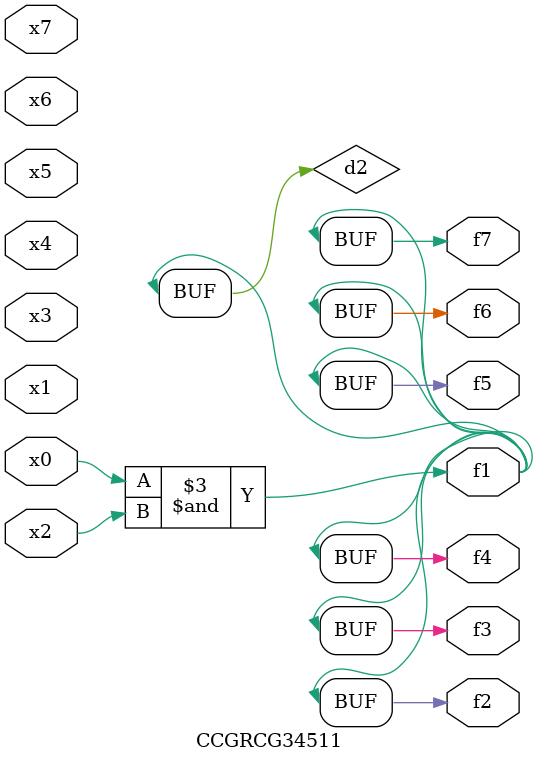
<source format=v>
module CCGRCG34511(
	input x0, x1, x2, x3, x4, x5, x6, x7,
	output f1, f2, f3, f4, f5, f6, f7
);

	wire d1, d2;

	nor (d1, x3, x6);
	and (d2, x0, x2);
	assign f1 = d2;
	assign f2 = d2;
	assign f3 = d2;
	assign f4 = d2;
	assign f5 = d2;
	assign f6 = d2;
	assign f7 = d2;
endmodule

</source>
